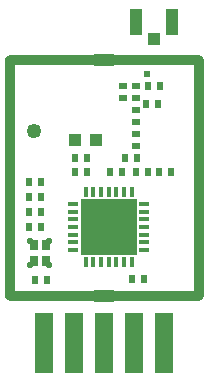
<source format=gbr>
G04 #@! TF.GenerationSoftware,KiCad,Pcbnew,5.1.0-rc1-unknown-9a8afdf~76~ubuntu18.04.1*
G04 #@! TF.CreationDate,2019-02-21T15:29:12+02:00
G04 #@! TF.ProjectId,MOD-LoRa_RevB,4d4f442d-4c6f-4526-915f-526576422e6b,rev?*
G04 #@! TF.SameCoordinates,Original*
G04 #@! TF.FileFunction,Soldermask,Top*
G04 #@! TF.FilePolarity,Negative*
%FSLAX46Y46*%
G04 Gerber Fmt 4.6, Leading zero omitted, Abs format (unit mm)*
G04 Created by KiCad (PCBNEW 5.1.0-rc1-unknown-9a8afdf~76~ubuntu18.04.1) date 2019-02-21 15:29:12*
%MOMM*%
%LPD*%
G04 APERTURE LIST*
%ADD10C,1.254000*%
%ADD11C,1.202580*%
%ADD12R,2.402580X2.402580*%
%ADD13R,0.425000X0.850000*%
%ADD14R,0.850000X0.425000*%
%ADD15O,2.502580X1.002580*%
%ADD16O,0.802580X20.802580*%
%ADD17O,16.802580X0.802580*%
%ADD18C,0.602580*%
%ADD19R,1.052580X2.202580*%
%ADD20R,1.052580X1.052580*%
%ADD21R,1.117600X1.117600*%
%ADD22R,0.651600X0.601600*%
%ADD23C,0.552580*%
%ADD24R,0.752580X0.852580*%
%ADD25R,0.601600X0.651600*%
%ADD26R,1.625600X5.181600*%
G04 APERTURE END LIST*
D10*
X121690000Y-100460000D03*
D11*
X129248000Y-109779141D03*
X129248000Y-107379141D03*
X126848000Y-109779141D03*
X126848000Y-107379141D03*
D12*
X129248000Y-109779141D03*
X129248000Y-107379141D03*
X126848000Y-109779141D03*
X126848000Y-107379141D03*
D13*
X126098000Y-105579141D03*
X126748000Y-105579141D03*
X127398000Y-105579141D03*
X128048000Y-105579141D03*
X128698000Y-105579141D03*
X129348000Y-105579141D03*
X129998000Y-105579141D03*
D14*
X131048000Y-106629141D03*
X131048000Y-107279141D03*
X131048000Y-107929141D03*
X131048000Y-108579141D03*
X131048000Y-109229141D03*
X131048000Y-109879141D03*
X131048000Y-110529141D03*
D13*
X129998000Y-111579141D03*
X129348000Y-111579141D03*
X128698000Y-111579141D03*
X128048000Y-111579141D03*
X127398000Y-111579141D03*
X126748000Y-111579141D03*
X126098000Y-111579141D03*
D14*
X125048000Y-110529141D03*
X125048000Y-109879141D03*
X125048000Y-109229141D03*
X125048000Y-108579141D03*
X125048000Y-107929141D03*
X125048000Y-107279141D03*
X125048000Y-106629141D03*
D15*
X127659999Y-114409141D03*
X127659999Y-94409141D03*
D16*
X135659999Y-104409141D03*
X119659999Y-104409141D03*
D17*
X127659999Y-114409141D03*
X127659999Y-94409141D03*
D18*
X131250000Y-95620000D03*
D19*
X130385000Y-91192741D03*
X133385000Y-91192741D03*
D20*
X131885000Y-92692741D03*
D21*
X125211000Y-101180000D03*
X126989000Y-101180000D03*
D22*
X130390000Y-96609000D03*
X130390000Y-97625000D03*
D23*
X121375000Y-111804141D03*
X121375000Y-109754141D03*
X123025000Y-109754141D03*
X123025000Y-111804141D03*
D24*
X121675000Y-111454141D03*
X121675000Y-110104141D03*
X122725000Y-110104141D03*
X122725000Y-111454141D03*
D22*
X130390000Y-98692000D03*
X130390000Y-99708000D03*
D25*
X132300000Y-103900000D03*
X133316000Y-103900000D03*
X129392000Y-102750000D03*
X130408000Y-102750000D03*
X126234141Y-102759000D03*
X125218141Y-102759000D03*
X129208000Y-103930000D03*
X128192000Y-103930000D03*
X130392000Y-103900000D03*
X131408000Y-103900000D03*
X132358000Y-96600000D03*
X131342000Y-96600000D03*
D22*
X129250000Y-97628000D03*
X129250000Y-96612000D03*
D25*
X132208000Y-98200000D03*
X131192000Y-98200000D03*
D22*
X130390000Y-101748000D03*
X130390000Y-100732000D03*
D25*
X126234141Y-103902000D03*
X125218141Y-103902000D03*
X131012800Y-112943541D03*
X129996800Y-112943541D03*
X121310000Y-107330140D03*
X122326000Y-107330140D03*
X121310000Y-104790141D03*
X122326000Y-104790141D03*
X121310000Y-106060141D03*
X122326000Y-106060141D03*
X121310000Y-108579141D03*
X122326000Y-108579141D03*
X121767000Y-113029141D03*
X122783000Y-113029141D03*
D26*
X122522605Y-118420000D03*
X125062605Y-118420000D03*
X127602605Y-118420000D03*
X130142605Y-118420000D03*
X132682605Y-118420000D03*
M02*

</source>
